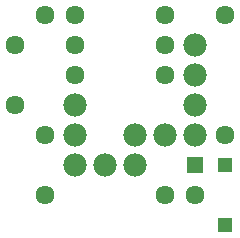
<source format=gbs>
G75*
%MOIN*%
%OFA0B0*%
%FSLAX25Y25*%
%IPPOS*%
%LPD*%
%AMOC8*
5,1,8,0,0,1.08239X$1,22.5*
%
%ADD10C,0.06343*%
%ADD11R,0.05556X0.05556*%
%ADD12C,0.07800*%
%ADD13R,0.04762X0.04762*%
D10*
X0051115Y0025240D03*
X0051115Y0045240D03*
X0041115Y0055240D03*
X0061115Y0065240D03*
X0061115Y0075240D03*
X0061115Y0085240D03*
X0051115Y0085240D03*
X0041115Y0075240D03*
X0091115Y0075240D03*
X0091115Y0085240D03*
X0111115Y0085240D03*
X0091115Y0065240D03*
X0111115Y0045240D03*
X0101115Y0025240D03*
X0091115Y0025240D03*
D11*
X0101115Y0035240D03*
D12*
X0101115Y0045240D03*
X0091115Y0045240D03*
X0081115Y0045240D03*
X0081115Y0035240D03*
X0071115Y0035240D03*
X0061115Y0035240D03*
X0061115Y0045240D03*
X0061115Y0055240D03*
X0101115Y0055240D03*
X0101115Y0065240D03*
X0101115Y0075240D03*
D13*
X0111115Y0035240D03*
X0111115Y0015240D03*
M02*

</source>
